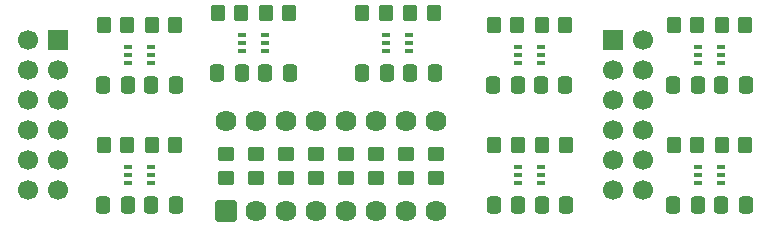
<source format=gbr>
%TF.GenerationSoftware,KiCad,Pcbnew,9.0.6-9.0.6~ubuntu24.04.1*%
%TF.CreationDate,2026-01-17T20:35:02-03:00*%
%TF.ProjectId,cotti_level_shifter,636f7474-695f-46c6-9576-656c5f736869,0.0*%
%TF.SameCoordinates,Original*%
%TF.FileFunction,Soldermask,Bot*%
%TF.FilePolarity,Negative*%
%FSLAX46Y46*%
G04 Gerber Fmt 4.6, Leading zero omitted, Abs format (unit mm)*
G04 Created by KiCad (PCBNEW 9.0.6-9.0.6~ubuntu24.04.1) date 2026-01-17 20:35:02*
%MOMM*%
%LPD*%
G01*
G04 APERTURE LIST*
G04 Aperture macros list*
%AMRoundRect*
0 Rectangle with rounded corners*
0 $1 Rounding radius*
0 $2 $3 $4 $5 $6 $7 $8 $9 X,Y pos of 4 corners*
0 Add a 4 corners polygon primitive as box body*
4,1,4,$2,$3,$4,$5,$6,$7,$8,$9,$2,$3,0*
0 Add four circle primitives for the rounded corners*
1,1,$1+$1,$2,$3*
1,1,$1+$1,$4,$5*
1,1,$1+$1,$6,$7*
1,1,$1+$1,$8,$9*
0 Add four rect primitives between the rounded corners*
20,1,$1+$1,$2,$3,$4,$5,0*
20,1,$1+$1,$4,$5,$6,$7,0*
20,1,$1+$1,$6,$7,$8,$9,0*
20,1,$1+$1,$8,$9,$2,$3,0*%
G04 Aperture macros list end*
%ADD10R,1.700000X1.700000*%
%ADD11C,1.700000*%
%ADD12RoundRect,0.102000X-0.790000X-0.790000X0.790000X-0.790000X0.790000X0.790000X-0.790000X0.790000X0*%
%ADD13C,1.784000*%
%ADD14RoundRect,0.100000X-0.225000X-0.100000X0.225000X-0.100000X0.225000X0.100000X-0.225000X0.100000X0*%
%ADD15RoundRect,0.250000X-0.350000X-0.450000X0.350000X-0.450000X0.350000X0.450000X-0.350000X0.450000X0*%
%ADD16RoundRect,0.250000X-0.337500X-0.475000X0.337500X-0.475000X0.337500X0.475000X-0.337500X0.475000X0*%
%ADD17RoundRect,0.250000X0.450000X-0.350000X0.450000X0.350000X-0.450000X0.350000X-0.450000X-0.350000X0*%
%ADD18RoundRect,0.250000X0.337500X0.475000X-0.337500X0.475000X-0.337500X-0.475000X0.337500X-0.475000X0*%
G04 APERTURE END LIST*
D10*
%TO.C,J2*%
X154940000Y-156210000D03*
D11*
X154940000Y-158750000D03*
X154940000Y-161290000D03*
X154940000Y-163830000D03*
X154940000Y-166370000D03*
X154940000Y-168910000D03*
X157480000Y-156210000D03*
X157480000Y-158750000D03*
X157480000Y-161290000D03*
X157480000Y-163830000D03*
X157480000Y-166370000D03*
X157480000Y-168910000D03*
%TD*%
D12*
%TO.C,SW1*%
X122174000Y-170688000D03*
D13*
X124714000Y-170688000D03*
X127254000Y-170688000D03*
X129794000Y-170688000D03*
X132334000Y-170688000D03*
X134874000Y-170688000D03*
X137414000Y-170688000D03*
X139954000Y-170688000D03*
X139954000Y-163068000D03*
X137414000Y-163068000D03*
X134874000Y-163068000D03*
X132334000Y-163068000D03*
X129794000Y-163068000D03*
X127254000Y-163068000D03*
X124714000Y-163068000D03*
X122174000Y-163068000D03*
%TD*%
D14*
%TO.C,U1*%
X115758000Y-158130000D03*
X115758000Y-157480000D03*
X115758000Y-156830000D03*
X113858000Y-156830000D03*
X113858000Y-157480000D03*
X113858000Y-158130000D03*
%TD*%
%TO.C,U8*%
X162118000Y-168290000D03*
X162118000Y-167640000D03*
X162118000Y-166990000D03*
X164018000Y-166990000D03*
X164018000Y-167640000D03*
X164018000Y-168290000D03*
%TD*%
%TO.C,U7*%
X162118000Y-158130000D03*
X162118000Y-157480000D03*
X162118000Y-156830000D03*
X164018000Y-156830000D03*
X164018000Y-157480000D03*
X164018000Y-158130000D03*
%TD*%
%TO.C,U6*%
X146878000Y-158130000D03*
X146878000Y-157480000D03*
X146878000Y-156830000D03*
X148778000Y-156830000D03*
X148778000Y-157480000D03*
X148778000Y-158130000D03*
%TD*%
%TO.C,U5*%
X146878000Y-168290000D03*
X146878000Y-167640000D03*
X146878000Y-166990000D03*
X148778000Y-166990000D03*
X148778000Y-167640000D03*
X148778000Y-168290000D03*
%TD*%
%TO.C,U4*%
X135702000Y-157114000D03*
X135702000Y-156464000D03*
X135702000Y-155814000D03*
X137602000Y-155814000D03*
X137602000Y-156464000D03*
X137602000Y-157114000D03*
%TD*%
%TO.C,U3*%
X123510000Y-157114000D03*
X123510000Y-156464000D03*
X123510000Y-155814000D03*
X125410000Y-155814000D03*
X125410000Y-156464000D03*
X125410000Y-157114000D03*
%TD*%
%TO.C,U2*%
X113858000Y-168290000D03*
X113858000Y-167640000D03*
X113858000Y-166990000D03*
X115758000Y-166990000D03*
X115758000Y-167640000D03*
X115758000Y-168290000D03*
%TD*%
D10*
%TO.C,J1*%
X107950000Y-156210000D03*
D11*
X107950000Y-158750000D03*
X107950000Y-161290000D03*
X107950000Y-163830000D03*
X107950000Y-166370000D03*
X107950000Y-168910000D03*
X105410000Y-156210000D03*
X105410000Y-158750000D03*
X105410000Y-161290000D03*
X105410000Y-163830000D03*
X105410000Y-166370000D03*
X105410000Y-168910000D03*
%TD*%
D15*
%TO.C,R2*%
X111776000Y-154940000D03*
X113776000Y-154940000D03*
%TD*%
%TO.C,R17*%
X133692000Y-153941000D03*
X135692000Y-153941000D03*
%TD*%
%TO.C,R27*%
X144796000Y-154940000D03*
X146796000Y-154940000D03*
%TD*%
D16*
%TO.C,C3*%
X115802500Y-170180000D03*
X117877500Y-170180000D03*
%TD*%
D15*
%TO.C,R12*%
X121428000Y-153924000D03*
X123428000Y-153924000D03*
%TD*%
D17*
%TO.C,R13*%
X127254000Y-167878000D03*
X127254000Y-165878000D03*
%TD*%
D15*
%TO.C,R32*%
X160052000Y-154940000D03*
X162052000Y-154940000D03*
%TD*%
%TO.C,R19*%
X137756000Y-153941000D03*
X139756000Y-153941000D03*
%TD*%
%TO.C,R7*%
X111776000Y-165100000D03*
X113776000Y-165100000D03*
%TD*%
D16*
%TO.C,C11*%
X148801000Y-160020000D03*
X150876000Y-160020000D03*
%TD*%
%TO.C,C9*%
X148878500Y-170180000D03*
X150953500Y-170180000D03*
%TD*%
D15*
%TO.C,R39*%
X164100000Y-165100000D03*
X166100000Y-165100000D03*
%TD*%
%TO.C,R22*%
X144852000Y-165100000D03*
X146852000Y-165100000D03*
%TD*%
D18*
%TO.C,C8*%
X135729500Y-159021000D03*
X133654500Y-159021000D03*
%TD*%
D15*
%TO.C,R9*%
X115840000Y-165100000D03*
X117840000Y-165100000D03*
%TD*%
D17*
%TO.C,R38*%
X139954000Y-167878000D03*
X139954000Y-165878000D03*
%TD*%
%TO.C,R33*%
X137414000Y-167878000D03*
X137414000Y-165878000D03*
%TD*%
%TO.C,R23*%
X132334000Y-167878000D03*
X132334000Y-165878000D03*
%TD*%
D15*
%TO.C,R4*%
X115840000Y-154940000D03*
X117840000Y-154940000D03*
%TD*%
D18*
%TO.C,C10*%
X146889500Y-170180000D03*
X144814500Y-170180000D03*
%TD*%
D16*
%TO.C,C7*%
X137718500Y-159021000D03*
X139793500Y-159021000D03*
%TD*%
D15*
%TO.C,R24*%
X148916000Y-165100000D03*
X150916000Y-165100000D03*
%TD*%
D18*
%TO.C,C16*%
X162073500Y-170180000D03*
X159998500Y-170180000D03*
%TD*%
D15*
%TO.C,R14*%
X125492000Y-153924000D03*
X127492000Y-153924000D03*
%TD*%
D17*
%TO.C,R3*%
X122174000Y-167878000D03*
X122174000Y-165878000D03*
%TD*%
D18*
%TO.C,C4*%
X113813500Y-170180000D03*
X111738500Y-170180000D03*
%TD*%
%TO.C,C14*%
X162073500Y-160020000D03*
X159998500Y-160020000D03*
%TD*%
D17*
%TO.C,R18*%
X129794000Y-167878000D03*
X129794000Y-165878000D03*
%TD*%
D18*
%TO.C,C2*%
X113813500Y-160020000D03*
X111738500Y-160020000D03*
%TD*%
D15*
%TO.C,R29*%
X148860000Y-154940000D03*
X150860000Y-154940000D03*
%TD*%
%TO.C,R34*%
X164100000Y-154940000D03*
X166100000Y-154940000D03*
%TD*%
%TO.C,R37*%
X160052000Y-165100000D03*
X162052000Y-165100000D03*
%TD*%
D17*
%TO.C,R8*%
X124714000Y-167878000D03*
X124714000Y-165878000D03*
%TD*%
D18*
%TO.C,C6*%
X123465500Y-159004000D03*
X121390500Y-159004000D03*
%TD*%
D16*
%TO.C,C5*%
X125454500Y-159004000D03*
X127529500Y-159004000D03*
%TD*%
D17*
%TO.C,R28*%
X134874000Y-167878000D03*
X134874000Y-165878000D03*
%TD*%
D16*
%TO.C,C1*%
X115802500Y-160020000D03*
X117877500Y-160020000D03*
%TD*%
D18*
%TO.C,C12*%
X146833500Y-160020000D03*
X144758500Y-160020000D03*
%TD*%
D16*
%TO.C,C15*%
X164062500Y-170180000D03*
X166137500Y-170180000D03*
%TD*%
%TO.C,C13*%
X164062500Y-160020000D03*
X166137500Y-160020000D03*
%TD*%
M02*

</source>
